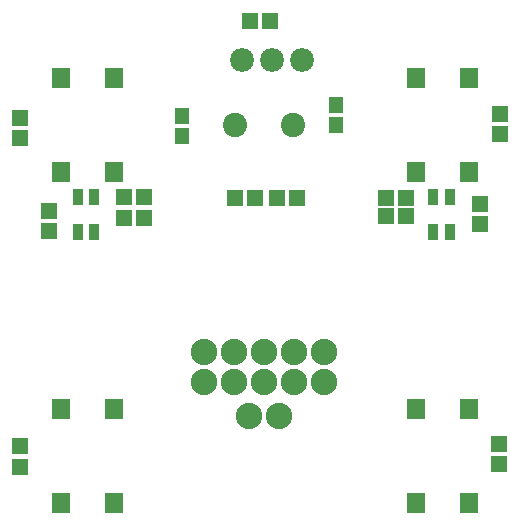
<source format=gts>
G04 MADE WITH FRITZING*
G04 WWW.FRITZING.ORG*
G04 DOUBLE SIDED*
G04 HOLES PLATED*
G04 CONTOUR ON CENTER OF CONTOUR VECTOR*
%ASAXBY*%
%FSLAX23Y23*%
%MOIN*%
%OFA0B0*%
%SFA1.0B1.0*%
%ADD10C,0.080925*%
%ADD11C,0.080866*%
%ADD12C,0.088000*%
%ADD13C,0.079444*%
%ADD14R,0.049370X0.053307*%
%ADD15R,0.057244X0.053307*%
%ADD16R,0.053307X0.057244*%
%ADD17R,0.061181X0.071024*%
%ADD18R,0.037559X0.057244*%
%LNMASK1*%
G90*
G70*
G54D10*
X1157Y1574D03*
G54D11*
X964Y1574D03*
G54D12*
X1011Y602D03*
X1111Y602D03*
X863Y818D03*
X963Y818D03*
X1063Y818D03*
X1163Y818D03*
X1263Y818D03*
X863Y818D03*
X963Y818D03*
X1063Y818D03*
X1163Y818D03*
X1263Y818D03*
X1263Y718D03*
X1163Y718D03*
X1063Y718D03*
X963Y718D03*
X863Y718D03*
X863Y818D03*
X963Y818D03*
X1063Y818D03*
X1163Y818D03*
X1263Y818D03*
X863Y818D03*
X963Y818D03*
X1063Y818D03*
X1163Y818D03*
X1263Y818D03*
X1263Y718D03*
X1163Y718D03*
X1063Y718D03*
X963Y718D03*
X863Y718D03*
G54D13*
X990Y1791D03*
X1090Y1791D03*
X1190Y1791D03*
G54D14*
X789Y1604D03*
X789Y1537D03*
X1303Y1641D03*
X1303Y1574D03*
G54D15*
X1015Y1921D03*
X1082Y1921D03*
G54D16*
X1846Y511D03*
X1846Y444D03*
X1850Y1610D03*
X1850Y1543D03*
X250Y502D03*
X250Y435D03*
X250Y1596D03*
X250Y1529D03*
G54D15*
X1468Y1330D03*
X1535Y1330D03*
G54D16*
X1783Y1311D03*
X1783Y1244D03*
G54D15*
X1468Y1271D03*
X1535Y1271D03*
X594Y1334D03*
X661Y1334D03*
X661Y1263D03*
X594Y1263D03*
G54D16*
X346Y1287D03*
X346Y1220D03*
G54D15*
X964Y1330D03*
X1031Y1330D03*
X1106Y1330D03*
X1173Y1330D03*
G54D17*
X1567Y627D03*
X1567Y314D03*
X1744Y627D03*
X1744Y314D03*
X1567Y1730D03*
X1567Y1417D03*
X1744Y1730D03*
X1744Y1417D03*
X385Y1730D03*
X385Y1417D03*
X563Y1730D03*
X563Y1417D03*
G54D18*
X441Y1334D03*
X496Y1334D03*
X441Y1216D03*
X496Y1216D03*
X1626Y1334D03*
X1682Y1334D03*
X1626Y1216D03*
X1682Y1216D03*
G54D17*
X385Y627D03*
X385Y314D03*
X563Y627D03*
X563Y314D03*
G04 End of Mask1*
M02*
</source>
